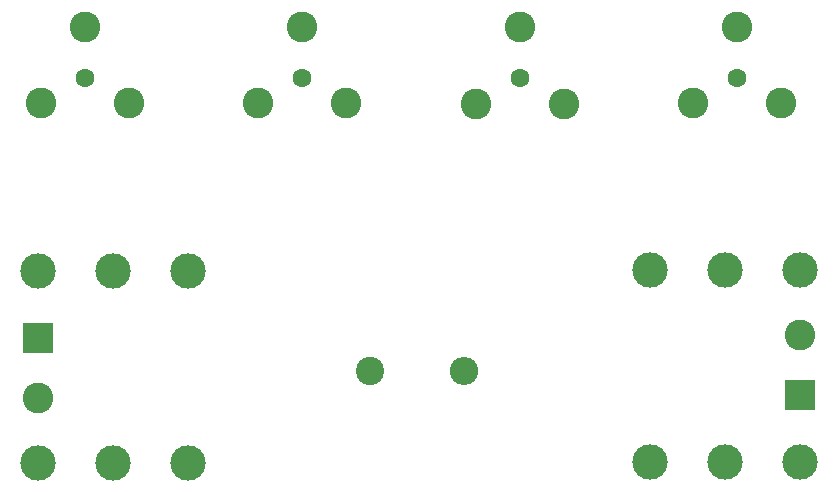
<source format=gbs>
G04 #@! TF.GenerationSoftware,KiCad,Pcbnew,7.0.7*
G04 #@! TF.CreationDate,2024-05-07T13:52:07+01:00*
G04 #@! TF.ProjectId,QA403 Impedance Fixture,51413430-3320-4496-9d70-6564616e6365,rev?*
G04 #@! TF.SameCoordinates,Original*
G04 #@! TF.FileFunction,Soldermask,Bot*
G04 #@! TF.FilePolarity,Negative*
%FSLAX46Y46*%
G04 Gerber Fmt 4.6, Leading zero omitted, Abs format (unit mm)*
G04 Created by KiCad (PCBNEW 7.0.7) date 2024-05-07 13:52:07*
%MOMM*%
%LPD*%
G01*
G04 APERTURE LIST*
%ADD10C,3.000000*%
%ADD11R,2.600000X2.600000*%
%ADD12C,2.600000*%
%ADD13C,2.400000*%
%ADD14O,2.400000X2.400000*%
%ADD15C,1.605000*%
%ADD16C,2.595000*%
G04 APERTURE END LIST*
D10*
X86835000Y-66730000D03*
X86835000Y-50500000D03*
X80485000Y-66730000D03*
D11*
X80519000Y-56168000D03*
D10*
X80485000Y-50500000D03*
X93185000Y-66730000D03*
D12*
X80519000Y-61248000D03*
D10*
X93185000Y-50500000D03*
X138684000Y-50438000D03*
X138684000Y-66668000D03*
X145034000Y-50438000D03*
D11*
X145000000Y-61000000D03*
D10*
X145034000Y-66668000D03*
X132334000Y-50438000D03*
D12*
X145000000Y-55920000D03*
D10*
X132334000Y-66668000D03*
D13*
X108600000Y-59000000D03*
D14*
X116600000Y-59000000D03*
D15*
X139700000Y-34165000D03*
D16*
X139700000Y-29845000D03*
X143430000Y-36325000D03*
X135970000Y-36325000D03*
D15*
X121300396Y-34210000D03*
D16*
X121300396Y-29890000D03*
X125030396Y-36370000D03*
X117570396Y-36370000D03*
D15*
X102900793Y-34165000D03*
D16*
X102900793Y-29845000D03*
X106630793Y-36325000D03*
X99170793Y-36325000D03*
D15*
X84455000Y-34165000D03*
D16*
X84455000Y-29845000D03*
X88185000Y-36325000D03*
X80725000Y-36325000D03*
M02*

</source>
